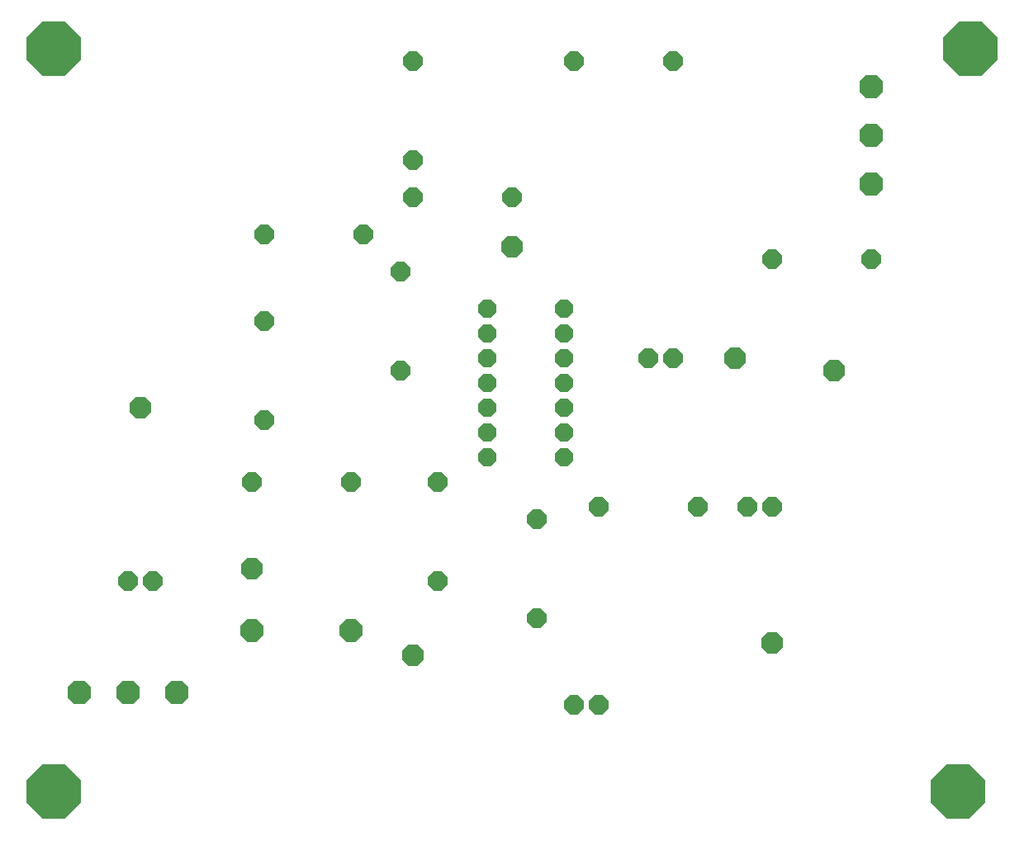
<source format=gbr>
G04 EAGLE Gerber RS-274X export*
G75*
%MOMM*%
%FSLAX34Y34*%
%LPD*%
%INSoldermask Top*%
%IPPOS*%
%AMOC8*
5,1,8,0,0,1.08239X$1,22.5*%
G01*
%ADD10P,2.199416X8X202.500000*%
%ADD11P,2.199416X8X22.500000*%
%ADD12P,2.529329X8X22.500000*%
%ADD13P,2.419358X8X22.500000*%
%ADD14P,2.199416X8X292.500000*%
%ADD15P,2.618518X8X22.500000*%
%ADD16P,2.199416X8X112.500000*%
%ADD17P,2.618518X8X112.500000*%
%ADD18P,1.951982X8X22.500000*%
%ADD19P,5.993410X8X22.500000*%


D10*
X596900Y88900D03*
X571500Y88900D03*
D11*
X647700Y444500D03*
X673100Y444500D03*
D10*
X774700Y292100D03*
X749300Y292100D03*
D11*
X114300Y215900D03*
X139700Y215900D03*
D12*
X342900Y165100D03*
X241300Y165100D03*
D13*
X736600Y444500D03*
X774700Y152400D03*
X508000Y558800D03*
X127000Y393700D03*
X241300Y228600D03*
D11*
X406400Y609600D03*
X508000Y609600D03*
X596900Y292100D03*
X698500Y292100D03*
D14*
X431800Y317500D03*
X431800Y215900D03*
D11*
X241300Y317500D03*
X342900Y317500D03*
D15*
X64300Y101600D03*
X114300Y101600D03*
X164300Y101600D03*
D16*
X406400Y647700D03*
X406400Y749300D03*
D10*
X876300Y546100D03*
X774700Y546100D03*
X673100Y749300D03*
X571500Y749300D03*
D14*
X393700Y533400D03*
X393700Y431800D03*
D17*
X876300Y623100D03*
X876300Y673100D03*
X876300Y723100D03*
D14*
X533400Y279400D03*
X533400Y177800D03*
D11*
X254000Y571500D03*
X355600Y571500D03*
D16*
X254000Y381000D03*
X254000Y482600D03*
D18*
X482600Y495300D03*
X482600Y469900D03*
X482600Y444500D03*
X482600Y419100D03*
X482600Y393700D03*
X482600Y368300D03*
X482600Y342900D03*
X561340Y342900D03*
X561340Y368300D03*
X561340Y393700D03*
X561340Y419100D03*
X561340Y444500D03*
X561340Y469900D03*
X561340Y495300D03*
D13*
X838200Y431800D03*
X406400Y139700D03*
D19*
X965200Y0D03*
X38100Y762000D03*
X977900Y762000D03*
X38100Y0D03*
M02*

</source>
